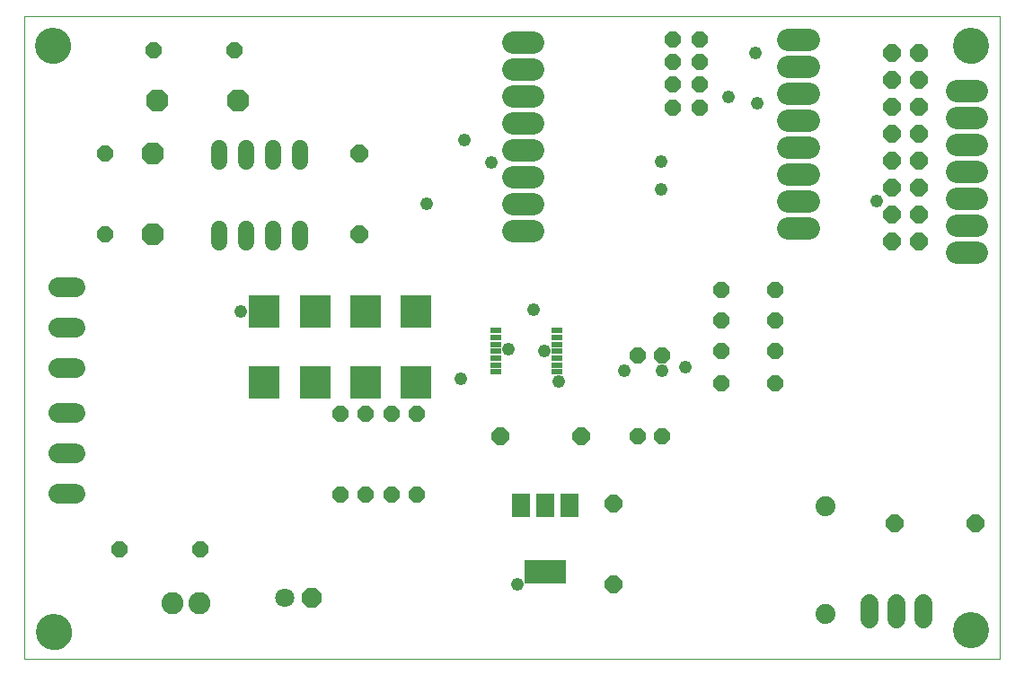
<source format=gts>
G75*
%MOIN*%
%OFA0B0*%
%FSLAX25Y25*%
%IPPOS*%
%LPD*%
%AMOC8*
5,1,8,0,0,1.08239X$1,22.5*
%
%ADD10C,0.00000*%
%ADD11C,0.13398*%
%ADD12OC8,0.06400*%
%ADD13C,0.08200*%
%ADD14C,0.07400*%
%ADD15C,0.06000*%
%ADD16OC8,0.06000*%
%ADD17OC8,0.08300*%
%ADD18OC8,0.07100*%
%ADD19C,0.07100*%
%ADD20C,0.08200*%
%ADD21C,0.07400*%
%ADD22C,0.06800*%
%ADD23R,0.04343X0.02178*%
%ADD24R,0.06700X0.08700*%
%ADD25R,0.15800X0.08700*%
%ADD26R,0.11430X0.12414*%
%ADD27C,0.04800*%
D10*
X0001984Y0001866D02*
X0001984Y0240567D01*
X0363992Y0240567D01*
X0363992Y0001866D01*
X0001984Y0001866D01*
X0006709Y0011827D02*
X0006711Y0011985D01*
X0006717Y0012143D01*
X0006727Y0012301D01*
X0006741Y0012459D01*
X0006759Y0012616D01*
X0006780Y0012773D01*
X0006806Y0012929D01*
X0006836Y0013085D01*
X0006869Y0013240D01*
X0006907Y0013393D01*
X0006948Y0013546D01*
X0006993Y0013698D01*
X0007042Y0013849D01*
X0007095Y0013998D01*
X0007151Y0014146D01*
X0007211Y0014292D01*
X0007275Y0014437D01*
X0007343Y0014580D01*
X0007414Y0014722D01*
X0007488Y0014862D01*
X0007566Y0014999D01*
X0007648Y0015135D01*
X0007732Y0015269D01*
X0007821Y0015400D01*
X0007912Y0015529D01*
X0008007Y0015656D01*
X0008104Y0015781D01*
X0008205Y0015903D01*
X0008309Y0016022D01*
X0008416Y0016139D01*
X0008526Y0016253D01*
X0008639Y0016364D01*
X0008754Y0016473D01*
X0008872Y0016578D01*
X0008993Y0016680D01*
X0009116Y0016780D01*
X0009242Y0016876D01*
X0009370Y0016969D01*
X0009500Y0017059D01*
X0009633Y0017145D01*
X0009768Y0017229D01*
X0009904Y0017308D01*
X0010043Y0017385D01*
X0010184Y0017457D01*
X0010326Y0017527D01*
X0010470Y0017592D01*
X0010616Y0017654D01*
X0010763Y0017712D01*
X0010912Y0017767D01*
X0011062Y0017818D01*
X0011213Y0017865D01*
X0011365Y0017908D01*
X0011518Y0017947D01*
X0011673Y0017983D01*
X0011828Y0018014D01*
X0011984Y0018042D01*
X0012140Y0018066D01*
X0012297Y0018086D01*
X0012455Y0018102D01*
X0012612Y0018114D01*
X0012771Y0018122D01*
X0012929Y0018126D01*
X0013087Y0018126D01*
X0013245Y0018122D01*
X0013404Y0018114D01*
X0013561Y0018102D01*
X0013719Y0018086D01*
X0013876Y0018066D01*
X0014032Y0018042D01*
X0014188Y0018014D01*
X0014343Y0017983D01*
X0014498Y0017947D01*
X0014651Y0017908D01*
X0014803Y0017865D01*
X0014954Y0017818D01*
X0015104Y0017767D01*
X0015253Y0017712D01*
X0015400Y0017654D01*
X0015546Y0017592D01*
X0015690Y0017527D01*
X0015832Y0017457D01*
X0015973Y0017385D01*
X0016112Y0017308D01*
X0016248Y0017229D01*
X0016383Y0017145D01*
X0016516Y0017059D01*
X0016646Y0016969D01*
X0016774Y0016876D01*
X0016900Y0016780D01*
X0017023Y0016680D01*
X0017144Y0016578D01*
X0017262Y0016473D01*
X0017377Y0016364D01*
X0017490Y0016253D01*
X0017600Y0016139D01*
X0017707Y0016022D01*
X0017811Y0015903D01*
X0017912Y0015781D01*
X0018009Y0015656D01*
X0018104Y0015529D01*
X0018195Y0015400D01*
X0018284Y0015269D01*
X0018368Y0015135D01*
X0018450Y0014999D01*
X0018528Y0014862D01*
X0018602Y0014722D01*
X0018673Y0014580D01*
X0018741Y0014437D01*
X0018805Y0014292D01*
X0018865Y0014146D01*
X0018921Y0013998D01*
X0018974Y0013849D01*
X0019023Y0013698D01*
X0019068Y0013546D01*
X0019109Y0013393D01*
X0019147Y0013240D01*
X0019180Y0013085D01*
X0019210Y0012929D01*
X0019236Y0012773D01*
X0019257Y0012616D01*
X0019275Y0012459D01*
X0019289Y0012301D01*
X0019299Y0012143D01*
X0019305Y0011985D01*
X0019307Y0011827D01*
X0019305Y0011669D01*
X0019299Y0011511D01*
X0019289Y0011353D01*
X0019275Y0011195D01*
X0019257Y0011038D01*
X0019236Y0010881D01*
X0019210Y0010725D01*
X0019180Y0010569D01*
X0019147Y0010414D01*
X0019109Y0010261D01*
X0019068Y0010108D01*
X0019023Y0009956D01*
X0018974Y0009805D01*
X0018921Y0009656D01*
X0018865Y0009508D01*
X0018805Y0009362D01*
X0018741Y0009217D01*
X0018673Y0009074D01*
X0018602Y0008932D01*
X0018528Y0008792D01*
X0018450Y0008655D01*
X0018368Y0008519D01*
X0018284Y0008385D01*
X0018195Y0008254D01*
X0018104Y0008125D01*
X0018009Y0007998D01*
X0017912Y0007873D01*
X0017811Y0007751D01*
X0017707Y0007632D01*
X0017600Y0007515D01*
X0017490Y0007401D01*
X0017377Y0007290D01*
X0017262Y0007181D01*
X0017144Y0007076D01*
X0017023Y0006974D01*
X0016900Y0006874D01*
X0016774Y0006778D01*
X0016646Y0006685D01*
X0016516Y0006595D01*
X0016383Y0006509D01*
X0016248Y0006425D01*
X0016112Y0006346D01*
X0015973Y0006269D01*
X0015832Y0006197D01*
X0015690Y0006127D01*
X0015546Y0006062D01*
X0015400Y0006000D01*
X0015253Y0005942D01*
X0015104Y0005887D01*
X0014954Y0005836D01*
X0014803Y0005789D01*
X0014651Y0005746D01*
X0014498Y0005707D01*
X0014343Y0005671D01*
X0014188Y0005640D01*
X0014032Y0005612D01*
X0013876Y0005588D01*
X0013719Y0005568D01*
X0013561Y0005552D01*
X0013404Y0005540D01*
X0013245Y0005532D01*
X0013087Y0005528D01*
X0012929Y0005528D01*
X0012771Y0005532D01*
X0012612Y0005540D01*
X0012455Y0005552D01*
X0012297Y0005568D01*
X0012140Y0005588D01*
X0011984Y0005612D01*
X0011828Y0005640D01*
X0011673Y0005671D01*
X0011518Y0005707D01*
X0011365Y0005746D01*
X0011213Y0005789D01*
X0011062Y0005836D01*
X0010912Y0005887D01*
X0010763Y0005942D01*
X0010616Y0006000D01*
X0010470Y0006062D01*
X0010326Y0006127D01*
X0010184Y0006197D01*
X0010043Y0006269D01*
X0009904Y0006346D01*
X0009768Y0006425D01*
X0009633Y0006509D01*
X0009500Y0006595D01*
X0009370Y0006685D01*
X0009242Y0006778D01*
X0009116Y0006874D01*
X0008993Y0006974D01*
X0008872Y0007076D01*
X0008754Y0007181D01*
X0008639Y0007290D01*
X0008526Y0007401D01*
X0008416Y0007515D01*
X0008309Y0007632D01*
X0008205Y0007751D01*
X0008104Y0007873D01*
X0008007Y0007998D01*
X0007912Y0008125D01*
X0007821Y0008254D01*
X0007732Y0008385D01*
X0007648Y0008519D01*
X0007566Y0008655D01*
X0007488Y0008792D01*
X0007414Y0008932D01*
X0007343Y0009074D01*
X0007275Y0009217D01*
X0007211Y0009362D01*
X0007151Y0009508D01*
X0007095Y0009656D01*
X0007042Y0009805D01*
X0006993Y0009956D01*
X0006948Y0010108D01*
X0006907Y0010261D01*
X0006869Y0010414D01*
X0006836Y0010569D01*
X0006806Y0010725D01*
X0006780Y0010881D01*
X0006759Y0011038D01*
X0006741Y0011195D01*
X0006727Y0011353D01*
X0006717Y0011511D01*
X0006711Y0011669D01*
X0006709Y0011827D01*
X0006315Y0229543D02*
X0006317Y0229701D01*
X0006323Y0229859D01*
X0006333Y0230017D01*
X0006347Y0230175D01*
X0006365Y0230332D01*
X0006386Y0230489D01*
X0006412Y0230645D01*
X0006442Y0230801D01*
X0006475Y0230956D01*
X0006513Y0231109D01*
X0006554Y0231262D01*
X0006599Y0231414D01*
X0006648Y0231565D01*
X0006701Y0231714D01*
X0006757Y0231862D01*
X0006817Y0232008D01*
X0006881Y0232153D01*
X0006949Y0232296D01*
X0007020Y0232438D01*
X0007094Y0232578D01*
X0007172Y0232715D01*
X0007254Y0232851D01*
X0007338Y0232985D01*
X0007427Y0233116D01*
X0007518Y0233245D01*
X0007613Y0233372D01*
X0007710Y0233497D01*
X0007811Y0233619D01*
X0007915Y0233738D01*
X0008022Y0233855D01*
X0008132Y0233969D01*
X0008245Y0234080D01*
X0008360Y0234189D01*
X0008478Y0234294D01*
X0008599Y0234396D01*
X0008722Y0234496D01*
X0008848Y0234592D01*
X0008976Y0234685D01*
X0009106Y0234775D01*
X0009239Y0234861D01*
X0009374Y0234945D01*
X0009510Y0235024D01*
X0009649Y0235101D01*
X0009790Y0235173D01*
X0009932Y0235243D01*
X0010076Y0235308D01*
X0010222Y0235370D01*
X0010369Y0235428D01*
X0010518Y0235483D01*
X0010668Y0235534D01*
X0010819Y0235581D01*
X0010971Y0235624D01*
X0011124Y0235663D01*
X0011279Y0235699D01*
X0011434Y0235730D01*
X0011590Y0235758D01*
X0011746Y0235782D01*
X0011903Y0235802D01*
X0012061Y0235818D01*
X0012218Y0235830D01*
X0012377Y0235838D01*
X0012535Y0235842D01*
X0012693Y0235842D01*
X0012851Y0235838D01*
X0013010Y0235830D01*
X0013167Y0235818D01*
X0013325Y0235802D01*
X0013482Y0235782D01*
X0013638Y0235758D01*
X0013794Y0235730D01*
X0013949Y0235699D01*
X0014104Y0235663D01*
X0014257Y0235624D01*
X0014409Y0235581D01*
X0014560Y0235534D01*
X0014710Y0235483D01*
X0014859Y0235428D01*
X0015006Y0235370D01*
X0015152Y0235308D01*
X0015296Y0235243D01*
X0015438Y0235173D01*
X0015579Y0235101D01*
X0015718Y0235024D01*
X0015854Y0234945D01*
X0015989Y0234861D01*
X0016122Y0234775D01*
X0016252Y0234685D01*
X0016380Y0234592D01*
X0016506Y0234496D01*
X0016629Y0234396D01*
X0016750Y0234294D01*
X0016868Y0234189D01*
X0016983Y0234080D01*
X0017096Y0233969D01*
X0017206Y0233855D01*
X0017313Y0233738D01*
X0017417Y0233619D01*
X0017518Y0233497D01*
X0017615Y0233372D01*
X0017710Y0233245D01*
X0017801Y0233116D01*
X0017890Y0232985D01*
X0017974Y0232851D01*
X0018056Y0232715D01*
X0018134Y0232578D01*
X0018208Y0232438D01*
X0018279Y0232296D01*
X0018347Y0232153D01*
X0018411Y0232008D01*
X0018471Y0231862D01*
X0018527Y0231714D01*
X0018580Y0231565D01*
X0018629Y0231414D01*
X0018674Y0231262D01*
X0018715Y0231109D01*
X0018753Y0230956D01*
X0018786Y0230801D01*
X0018816Y0230645D01*
X0018842Y0230489D01*
X0018863Y0230332D01*
X0018881Y0230175D01*
X0018895Y0230017D01*
X0018905Y0229859D01*
X0018911Y0229701D01*
X0018913Y0229543D01*
X0018911Y0229385D01*
X0018905Y0229227D01*
X0018895Y0229069D01*
X0018881Y0228911D01*
X0018863Y0228754D01*
X0018842Y0228597D01*
X0018816Y0228441D01*
X0018786Y0228285D01*
X0018753Y0228130D01*
X0018715Y0227977D01*
X0018674Y0227824D01*
X0018629Y0227672D01*
X0018580Y0227521D01*
X0018527Y0227372D01*
X0018471Y0227224D01*
X0018411Y0227078D01*
X0018347Y0226933D01*
X0018279Y0226790D01*
X0018208Y0226648D01*
X0018134Y0226508D01*
X0018056Y0226371D01*
X0017974Y0226235D01*
X0017890Y0226101D01*
X0017801Y0225970D01*
X0017710Y0225841D01*
X0017615Y0225714D01*
X0017518Y0225589D01*
X0017417Y0225467D01*
X0017313Y0225348D01*
X0017206Y0225231D01*
X0017096Y0225117D01*
X0016983Y0225006D01*
X0016868Y0224897D01*
X0016750Y0224792D01*
X0016629Y0224690D01*
X0016506Y0224590D01*
X0016380Y0224494D01*
X0016252Y0224401D01*
X0016122Y0224311D01*
X0015989Y0224225D01*
X0015854Y0224141D01*
X0015718Y0224062D01*
X0015579Y0223985D01*
X0015438Y0223913D01*
X0015296Y0223843D01*
X0015152Y0223778D01*
X0015006Y0223716D01*
X0014859Y0223658D01*
X0014710Y0223603D01*
X0014560Y0223552D01*
X0014409Y0223505D01*
X0014257Y0223462D01*
X0014104Y0223423D01*
X0013949Y0223387D01*
X0013794Y0223356D01*
X0013638Y0223328D01*
X0013482Y0223304D01*
X0013325Y0223284D01*
X0013167Y0223268D01*
X0013010Y0223256D01*
X0012851Y0223248D01*
X0012693Y0223244D01*
X0012535Y0223244D01*
X0012377Y0223248D01*
X0012218Y0223256D01*
X0012061Y0223268D01*
X0011903Y0223284D01*
X0011746Y0223304D01*
X0011590Y0223328D01*
X0011434Y0223356D01*
X0011279Y0223387D01*
X0011124Y0223423D01*
X0010971Y0223462D01*
X0010819Y0223505D01*
X0010668Y0223552D01*
X0010518Y0223603D01*
X0010369Y0223658D01*
X0010222Y0223716D01*
X0010076Y0223778D01*
X0009932Y0223843D01*
X0009790Y0223913D01*
X0009649Y0223985D01*
X0009510Y0224062D01*
X0009374Y0224141D01*
X0009239Y0224225D01*
X0009106Y0224311D01*
X0008976Y0224401D01*
X0008848Y0224494D01*
X0008722Y0224590D01*
X0008599Y0224690D01*
X0008478Y0224792D01*
X0008360Y0224897D01*
X0008245Y0225006D01*
X0008132Y0225117D01*
X0008022Y0225231D01*
X0007915Y0225348D01*
X0007811Y0225467D01*
X0007710Y0225589D01*
X0007613Y0225714D01*
X0007518Y0225841D01*
X0007427Y0225970D01*
X0007338Y0226101D01*
X0007254Y0226235D01*
X0007172Y0226371D01*
X0007094Y0226508D01*
X0007020Y0226648D01*
X0006949Y0226790D01*
X0006881Y0226933D01*
X0006817Y0227078D01*
X0006757Y0227224D01*
X0006701Y0227372D01*
X0006648Y0227521D01*
X0006599Y0227672D01*
X0006554Y0227824D01*
X0006513Y0227977D01*
X0006475Y0228130D01*
X0006442Y0228285D01*
X0006412Y0228441D01*
X0006386Y0228597D01*
X0006365Y0228754D01*
X0006347Y0228911D01*
X0006333Y0229069D01*
X0006323Y0229227D01*
X0006317Y0229385D01*
X0006315Y0229543D01*
X0346866Y0229543D02*
X0346868Y0229701D01*
X0346874Y0229859D01*
X0346884Y0230017D01*
X0346898Y0230175D01*
X0346916Y0230332D01*
X0346937Y0230489D01*
X0346963Y0230645D01*
X0346993Y0230801D01*
X0347026Y0230956D01*
X0347064Y0231109D01*
X0347105Y0231262D01*
X0347150Y0231414D01*
X0347199Y0231565D01*
X0347252Y0231714D01*
X0347308Y0231862D01*
X0347368Y0232008D01*
X0347432Y0232153D01*
X0347500Y0232296D01*
X0347571Y0232438D01*
X0347645Y0232578D01*
X0347723Y0232715D01*
X0347805Y0232851D01*
X0347889Y0232985D01*
X0347978Y0233116D01*
X0348069Y0233245D01*
X0348164Y0233372D01*
X0348261Y0233497D01*
X0348362Y0233619D01*
X0348466Y0233738D01*
X0348573Y0233855D01*
X0348683Y0233969D01*
X0348796Y0234080D01*
X0348911Y0234189D01*
X0349029Y0234294D01*
X0349150Y0234396D01*
X0349273Y0234496D01*
X0349399Y0234592D01*
X0349527Y0234685D01*
X0349657Y0234775D01*
X0349790Y0234861D01*
X0349925Y0234945D01*
X0350061Y0235024D01*
X0350200Y0235101D01*
X0350341Y0235173D01*
X0350483Y0235243D01*
X0350627Y0235308D01*
X0350773Y0235370D01*
X0350920Y0235428D01*
X0351069Y0235483D01*
X0351219Y0235534D01*
X0351370Y0235581D01*
X0351522Y0235624D01*
X0351675Y0235663D01*
X0351830Y0235699D01*
X0351985Y0235730D01*
X0352141Y0235758D01*
X0352297Y0235782D01*
X0352454Y0235802D01*
X0352612Y0235818D01*
X0352769Y0235830D01*
X0352928Y0235838D01*
X0353086Y0235842D01*
X0353244Y0235842D01*
X0353402Y0235838D01*
X0353561Y0235830D01*
X0353718Y0235818D01*
X0353876Y0235802D01*
X0354033Y0235782D01*
X0354189Y0235758D01*
X0354345Y0235730D01*
X0354500Y0235699D01*
X0354655Y0235663D01*
X0354808Y0235624D01*
X0354960Y0235581D01*
X0355111Y0235534D01*
X0355261Y0235483D01*
X0355410Y0235428D01*
X0355557Y0235370D01*
X0355703Y0235308D01*
X0355847Y0235243D01*
X0355989Y0235173D01*
X0356130Y0235101D01*
X0356269Y0235024D01*
X0356405Y0234945D01*
X0356540Y0234861D01*
X0356673Y0234775D01*
X0356803Y0234685D01*
X0356931Y0234592D01*
X0357057Y0234496D01*
X0357180Y0234396D01*
X0357301Y0234294D01*
X0357419Y0234189D01*
X0357534Y0234080D01*
X0357647Y0233969D01*
X0357757Y0233855D01*
X0357864Y0233738D01*
X0357968Y0233619D01*
X0358069Y0233497D01*
X0358166Y0233372D01*
X0358261Y0233245D01*
X0358352Y0233116D01*
X0358441Y0232985D01*
X0358525Y0232851D01*
X0358607Y0232715D01*
X0358685Y0232578D01*
X0358759Y0232438D01*
X0358830Y0232296D01*
X0358898Y0232153D01*
X0358962Y0232008D01*
X0359022Y0231862D01*
X0359078Y0231714D01*
X0359131Y0231565D01*
X0359180Y0231414D01*
X0359225Y0231262D01*
X0359266Y0231109D01*
X0359304Y0230956D01*
X0359337Y0230801D01*
X0359367Y0230645D01*
X0359393Y0230489D01*
X0359414Y0230332D01*
X0359432Y0230175D01*
X0359446Y0230017D01*
X0359456Y0229859D01*
X0359462Y0229701D01*
X0359464Y0229543D01*
X0359462Y0229385D01*
X0359456Y0229227D01*
X0359446Y0229069D01*
X0359432Y0228911D01*
X0359414Y0228754D01*
X0359393Y0228597D01*
X0359367Y0228441D01*
X0359337Y0228285D01*
X0359304Y0228130D01*
X0359266Y0227977D01*
X0359225Y0227824D01*
X0359180Y0227672D01*
X0359131Y0227521D01*
X0359078Y0227372D01*
X0359022Y0227224D01*
X0358962Y0227078D01*
X0358898Y0226933D01*
X0358830Y0226790D01*
X0358759Y0226648D01*
X0358685Y0226508D01*
X0358607Y0226371D01*
X0358525Y0226235D01*
X0358441Y0226101D01*
X0358352Y0225970D01*
X0358261Y0225841D01*
X0358166Y0225714D01*
X0358069Y0225589D01*
X0357968Y0225467D01*
X0357864Y0225348D01*
X0357757Y0225231D01*
X0357647Y0225117D01*
X0357534Y0225006D01*
X0357419Y0224897D01*
X0357301Y0224792D01*
X0357180Y0224690D01*
X0357057Y0224590D01*
X0356931Y0224494D01*
X0356803Y0224401D01*
X0356673Y0224311D01*
X0356540Y0224225D01*
X0356405Y0224141D01*
X0356269Y0224062D01*
X0356130Y0223985D01*
X0355989Y0223913D01*
X0355847Y0223843D01*
X0355703Y0223778D01*
X0355557Y0223716D01*
X0355410Y0223658D01*
X0355261Y0223603D01*
X0355111Y0223552D01*
X0354960Y0223505D01*
X0354808Y0223462D01*
X0354655Y0223423D01*
X0354500Y0223387D01*
X0354345Y0223356D01*
X0354189Y0223328D01*
X0354033Y0223304D01*
X0353876Y0223284D01*
X0353718Y0223268D01*
X0353561Y0223256D01*
X0353402Y0223248D01*
X0353244Y0223244D01*
X0353086Y0223244D01*
X0352928Y0223248D01*
X0352769Y0223256D01*
X0352612Y0223268D01*
X0352454Y0223284D01*
X0352297Y0223304D01*
X0352141Y0223328D01*
X0351985Y0223356D01*
X0351830Y0223387D01*
X0351675Y0223423D01*
X0351522Y0223462D01*
X0351370Y0223505D01*
X0351219Y0223552D01*
X0351069Y0223603D01*
X0350920Y0223658D01*
X0350773Y0223716D01*
X0350627Y0223778D01*
X0350483Y0223843D01*
X0350341Y0223913D01*
X0350200Y0223985D01*
X0350061Y0224062D01*
X0349925Y0224141D01*
X0349790Y0224225D01*
X0349657Y0224311D01*
X0349527Y0224401D01*
X0349399Y0224494D01*
X0349273Y0224590D01*
X0349150Y0224690D01*
X0349029Y0224792D01*
X0348911Y0224897D01*
X0348796Y0225006D01*
X0348683Y0225117D01*
X0348573Y0225231D01*
X0348466Y0225348D01*
X0348362Y0225467D01*
X0348261Y0225589D01*
X0348164Y0225714D01*
X0348069Y0225841D01*
X0347978Y0225970D01*
X0347889Y0226101D01*
X0347805Y0226235D01*
X0347723Y0226371D01*
X0347645Y0226508D01*
X0347571Y0226648D01*
X0347500Y0226790D01*
X0347432Y0226933D01*
X0347368Y0227078D01*
X0347308Y0227224D01*
X0347252Y0227372D01*
X0347199Y0227521D01*
X0347150Y0227672D01*
X0347105Y0227824D01*
X0347064Y0227977D01*
X0347026Y0228130D01*
X0346993Y0228285D01*
X0346963Y0228441D01*
X0346937Y0228597D01*
X0346916Y0228754D01*
X0346898Y0228911D01*
X0346884Y0229069D01*
X0346874Y0229227D01*
X0346868Y0229385D01*
X0346866Y0229543D01*
X0346866Y0012614D02*
X0346868Y0012772D01*
X0346874Y0012930D01*
X0346884Y0013088D01*
X0346898Y0013246D01*
X0346916Y0013403D01*
X0346937Y0013560D01*
X0346963Y0013716D01*
X0346993Y0013872D01*
X0347026Y0014027D01*
X0347064Y0014180D01*
X0347105Y0014333D01*
X0347150Y0014485D01*
X0347199Y0014636D01*
X0347252Y0014785D01*
X0347308Y0014933D01*
X0347368Y0015079D01*
X0347432Y0015224D01*
X0347500Y0015367D01*
X0347571Y0015509D01*
X0347645Y0015649D01*
X0347723Y0015786D01*
X0347805Y0015922D01*
X0347889Y0016056D01*
X0347978Y0016187D01*
X0348069Y0016316D01*
X0348164Y0016443D01*
X0348261Y0016568D01*
X0348362Y0016690D01*
X0348466Y0016809D01*
X0348573Y0016926D01*
X0348683Y0017040D01*
X0348796Y0017151D01*
X0348911Y0017260D01*
X0349029Y0017365D01*
X0349150Y0017467D01*
X0349273Y0017567D01*
X0349399Y0017663D01*
X0349527Y0017756D01*
X0349657Y0017846D01*
X0349790Y0017932D01*
X0349925Y0018016D01*
X0350061Y0018095D01*
X0350200Y0018172D01*
X0350341Y0018244D01*
X0350483Y0018314D01*
X0350627Y0018379D01*
X0350773Y0018441D01*
X0350920Y0018499D01*
X0351069Y0018554D01*
X0351219Y0018605D01*
X0351370Y0018652D01*
X0351522Y0018695D01*
X0351675Y0018734D01*
X0351830Y0018770D01*
X0351985Y0018801D01*
X0352141Y0018829D01*
X0352297Y0018853D01*
X0352454Y0018873D01*
X0352612Y0018889D01*
X0352769Y0018901D01*
X0352928Y0018909D01*
X0353086Y0018913D01*
X0353244Y0018913D01*
X0353402Y0018909D01*
X0353561Y0018901D01*
X0353718Y0018889D01*
X0353876Y0018873D01*
X0354033Y0018853D01*
X0354189Y0018829D01*
X0354345Y0018801D01*
X0354500Y0018770D01*
X0354655Y0018734D01*
X0354808Y0018695D01*
X0354960Y0018652D01*
X0355111Y0018605D01*
X0355261Y0018554D01*
X0355410Y0018499D01*
X0355557Y0018441D01*
X0355703Y0018379D01*
X0355847Y0018314D01*
X0355989Y0018244D01*
X0356130Y0018172D01*
X0356269Y0018095D01*
X0356405Y0018016D01*
X0356540Y0017932D01*
X0356673Y0017846D01*
X0356803Y0017756D01*
X0356931Y0017663D01*
X0357057Y0017567D01*
X0357180Y0017467D01*
X0357301Y0017365D01*
X0357419Y0017260D01*
X0357534Y0017151D01*
X0357647Y0017040D01*
X0357757Y0016926D01*
X0357864Y0016809D01*
X0357968Y0016690D01*
X0358069Y0016568D01*
X0358166Y0016443D01*
X0358261Y0016316D01*
X0358352Y0016187D01*
X0358441Y0016056D01*
X0358525Y0015922D01*
X0358607Y0015786D01*
X0358685Y0015649D01*
X0358759Y0015509D01*
X0358830Y0015367D01*
X0358898Y0015224D01*
X0358962Y0015079D01*
X0359022Y0014933D01*
X0359078Y0014785D01*
X0359131Y0014636D01*
X0359180Y0014485D01*
X0359225Y0014333D01*
X0359266Y0014180D01*
X0359304Y0014027D01*
X0359337Y0013872D01*
X0359367Y0013716D01*
X0359393Y0013560D01*
X0359414Y0013403D01*
X0359432Y0013246D01*
X0359446Y0013088D01*
X0359456Y0012930D01*
X0359462Y0012772D01*
X0359464Y0012614D01*
X0359462Y0012456D01*
X0359456Y0012298D01*
X0359446Y0012140D01*
X0359432Y0011982D01*
X0359414Y0011825D01*
X0359393Y0011668D01*
X0359367Y0011512D01*
X0359337Y0011356D01*
X0359304Y0011201D01*
X0359266Y0011048D01*
X0359225Y0010895D01*
X0359180Y0010743D01*
X0359131Y0010592D01*
X0359078Y0010443D01*
X0359022Y0010295D01*
X0358962Y0010149D01*
X0358898Y0010004D01*
X0358830Y0009861D01*
X0358759Y0009719D01*
X0358685Y0009579D01*
X0358607Y0009442D01*
X0358525Y0009306D01*
X0358441Y0009172D01*
X0358352Y0009041D01*
X0358261Y0008912D01*
X0358166Y0008785D01*
X0358069Y0008660D01*
X0357968Y0008538D01*
X0357864Y0008419D01*
X0357757Y0008302D01*
X0357647Y0008188D01*
X0357534Y0008077D01*
X0357419Y0007968D01*
X0357301Y0007863D01*
X0357180Y0007761D01*
X0357057Y0007661D01*
X0356931Y0007565D01*
X0356803Y0007472D01*
X0356673Y0007382D01*
X0356540Y0007296D01*
X0356405Y0007212D01*
X0356269Y0007133D01*
X0356130Y0007056D01*
X0355989Y0006984D01*
X0355847Y0006914D01*
X0355703Y0006849D01*
X0355557Y0006787D01*
X0355410Y0006729D01*
X0355261Y0006674D01*
X0355111Y0006623D01*
X0354960Y0006576D01*
X0354808Y0006533D01*
X0354655Y0006494D01*
X0354500Y0006458D01*
X0354345Y0006427D01*
X0354189Y0006399D01*
X0354033Y0006375D01*
X0353876Y0006355D01*
X0353718Y0006339D01*
X0353561Y0006327D01*
X0353402Y0006319D01*
X0353244Y0006315D01*
X0353086Y0006315D01*
X0352928Y0006319D01*
X0352769Y0006327D01*
X0352612Y0006339D01*
X0352454Y0006355D01*
X0352297Y0006375D01*
X0352141Y0006399D01*
X0351985Y0006427D01*
X0351830Y0006458D01*
X0351675Y0006494D01*
X0351522Y0006533D01*
X0351370Y0006576D01*
X0351219Y0006623D01*
X0351069Y0006674D01*
X0350920Y0006729D01*
X0350773Y0006787D01*
X0350627Y0006849D01*
X0350483Y0006914D01*
X0350341Y0006984D01*
X0350200Y0007056D01*
X0350061Y0007133D01*
X0349925Y0007212D01*
X0349790Y0007296D01*
X0349657Y0007382D01*
X0349527Y0007472D01*
X0349399Y0007565D01*
X0349273Y0007661D01*
X0349150Y0007761D01*
X0349029Y0007863D01*
X0348911Y0007968D01*
X0348796Y0008077D01*
X0348683Y0008188D01*
X0348573Y0008302D01*
X0348466Y0008419D01*
X0348362Y0008538D01*
X0348261Y0008660D01*
X0348164Y0008785D01*
X0348069Y0008912D01*
X0347978Y0009041D01*
X0347889Y0009172D01*
X0347805Y0009306D01*
X0347723Y0009442D01*
X0347645Y0009579D01*
X0347571Y0009719D01*
X0347500Y0009861D01*
X0347432Y0010004D01*
X0347368Y0010149D01*
X0347308Y0010295D01*
X0347252Y0010443D01*
X0347199Y0010592D01*
X0347150Y0010743D01*
X0347105Y0010895D01*
X0347064Y0011048D01*
X0347026Y0011201D01*
X0346993Y0011356D01*
X0346963Y0011512D01*
X0346937Y0011668D01*
X0346916Y0011825D01*
X0346898Y0011982D01*
X0346884Y0012140D01*
X0346874Y0012298D01*
X0346868Y0012456D01*
X0346866Y0012614D01*
D11*
X0353165Y0012614D03*
X0353165Y0229543D03*
X0012614Y0229543D03*
X0013008Y0011827D03*
D12*
X0178717Y0084661D03*
X0208717Y0084661D03*
X0220488Y0059504D03*
X0220488Y0029504D03*
X0324780Y0052378D03*
X0354780Y0052378D03*
X0334071Y0156866D03*
X0324071Y0156866D03*
X0324071Y0166866D03*
X0334071Y0166866D03*
X0334071Y0176866D03*
X0324071Y0176866D03*
X0324071Y0186866D03*
X0334071Y0186866D03*
X0334071Y0196866D03*
X0324071Y0196866D03*
X0324071Y0206866D03*
X0334071Y0206866D03*
X0334071Y0216866D03*
X0324071Y0216866D03*
X0324071Y0226866D03*
X0334071Y0226866D03*
X0126315Y0189701D03*
X0126315Y0159701D03*
D13*
X0183206Y0160921D02*
X0190606Y0160921D01*
X0190606Y0170921D02*
X0183206Y0170921D01*
X0183206Y0180921D02*
X0190606Y0180921D01*
X0190606Y0190921D02*
X0183206Y0190921D01*
X0183206Y0200921D02*
X0190606Y0200921D01*
X0190606Y0210921D02*
X0183206Y0210921D01*
X0183206Y0220921D02*
X0190606Y0220921D01*
X0190606Y0230921D02*
X0183206Y0230921D01*
X0285371Y0231866D02*
X0292771Y0231866D01*
X0292771Y0221866D02*
X0285371Y0221866D01*
X0285371Y0211866D02*
X0292771Y0211866D01*
X0292771Y0201866D02*
X0285371Y0201866D01*
X0285371Y0191866D02*
X0292771Y0191866D01*
X0292771Y0181866D02*
X0285371Y0181866D01*
X0285371Y0171866D02*
X0292771Y0171866D01*
X0292771Y0161866D02*
X0285371Y0161866D01*
X0347891Y0163008D02*
X0355291Y0163008D01*
X0355291Y0173008D02*
X0347891Y0173008D01*
X0347891Y0183008D02*
X0355291Y0183008D01*
X0355291Y0193008D02*
X0347891Y0193008D01*
X0347891Y0203008D02*
X0355291Y0203008D01*
X0355291Y0213008D02*
X0347891Y0213008D01*
X0347891Y0153008D02*
X0355291Y0153008D01*
D14*
X0021032Y0139819D02*
X0014432Y0139819D01*
X0014432Y0124819D02*
X0021032Y0124819D01*
X0021032Y0109819D02*
X0014432Y0109819D01*
X0014432Y0093362D02*
X0021032Y0093362D01*
X0021032Y0078362D02*
X0014432Y0078362D01*
X0014432Y0063362D02*
X0021032Y0063362D01*
D15*
X0074386Y0156431D02*
X0074386Y0161631D01*
X0084386Y0161631D02*
X0084386Y0156431D01*
X0094386Y0156431D02*
X0094386Y0161631D01*
X0104386Y0161631D02*
X0104386Y0156431D01*
X0104386Y0186431D02*
X0104386Y0191631D01*
X0094386Y0191631D02*
X0094386Y0186431D01*
X0084386Y0186431D02*
X0084386Y0191631D01*
X0074386Y0191631D02*
X0074386Y0186431D01*
D16*
X0031906Y0189425D03*
X0031906Y0159425D03*
X0119307Y0092969D03*
X0128756Y0092969D03*
X0138205Y0092969D03*
X0147654Y0092969D03*
X0147654Y0062969D03*
X0138205Y0062969D03*
X0128756Y0062969D03*
X0119307Y0062969D03*
X0067378Y0042535D03*
X0037378Y0042535D03*
X0229543Y0084622D03*
X0238598Y0084622D03*
X0260488Y0104346D03*
X0260488Y0116157D03*
X0260488Y0127575D03*
X0260488Y0138992D03*
X0280488Y0138992D03*
X0280488Y0127575D03*
X0280488Y0116157D03*
X0280488Y0104346D03*
X0238598Y0114622D03*
X0229543Y0114622D03*
X0242654Y0206709D03*
X0252654Y0206709D03*
X0252654Y0215370D03*
X0242654Y0215370D03*
X0242654Y0223638D03*
X0252654Y0223638D03*
X0252654Y0231906D03*
X0242654Y0231906D03*
X0079976Y0227969D03*
X0049976Y0227969D03*
D17*
X0051157Y0209071D03*
X0049622Y0189425D03*
X0081157Y0209071D03*
X0049622Y0159425D03*
D18*
X0108559Y0024425D03*
D19*
X0098559Y0024425D03*
D20*
X0066827Y0022457D03*
X0056827Y0022457D03*
D21*
X0299228Y0018598D03*
X0299228Y0058598D03*
D22*
X0315606Y0022701D02*
X0315606Y0016701D01*
X0325606Y0016701D02*
X0325606Y0022701D01*
X0335606Y0022701D02*
X0335606Y0016701D01*
D23*
X0199524Y0108480D03*
X0199524Y0111039D03*
X0199524Y0113598D03*
X0199524Y0116157D03*
X0199524Y0118717D03*
X0199524Y0121276D03*
X0199524Y0123835D03*
X0176886Y0123835D03*
X0176886Y0121276D03*
X0176886Y0118717D03*
X0176886Y0116157D03*
X0176886Y0113598D03*
X0176886Y0111039D03*
X0176886Y0108480D03*
D24*
X0186191Y0058872D03*
X0195191Y0058872D03*
X0204191Y0058872D03*
D25*
X0195291Y0034072D03*
D26*
X0147260Y0104445D03*
X0128756Y0104445D03*
X0109858Y0104445D03*
X0090961Y0104445D03*
X0090961Y0131020D03*
X0109858Y0131020D03*
X0128756Y0131020D03*
X0147260Y0131020D03*
D27*
X0181512Y0116748D03*
X0194799Y0116256D03*
X0200213Y0104937D03*
X0224622Y0108874D03*
X0238598Y0108874D03*
X0247260Y0110252D03*
X0190862Y0131512D03*
X0163795Y0105921D03*
X0082102Y0131020D03*
X0151197Y0170882D03*
X0175213Y0186236D03*
X0165370Y0194504D03*
X0238205Y0186630D03*
X0238205Y0176394D03*
X0274031Y0208283D03*
X0263402Y0210646D03*
X0273244Y0226787D03*
X0318323Y0171866D03*
X0184957Y0029642D03*
M02*

</source>
